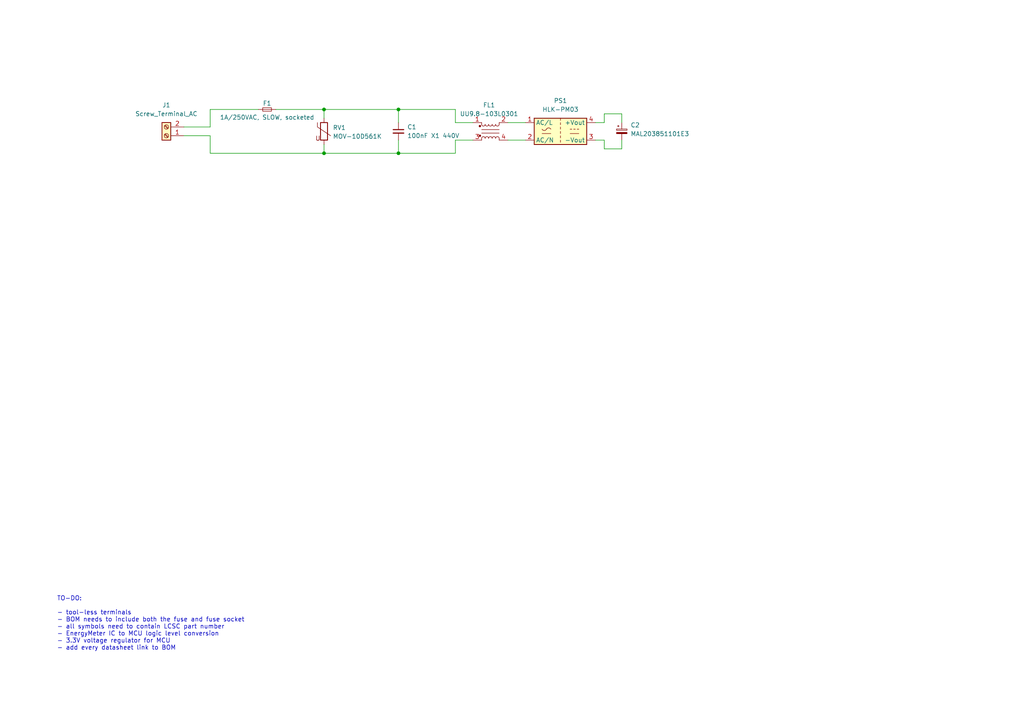
<source format=kicad_sch>
(kicad_sch (version 20231120) (generator "eeschema") (generator_version "8.0")
  (paper "A4")
  (title_block (title "EnergyMeter") (date "2024-09-15") (rev "1") (company "Josip Kordek"))
  (lib_symbols
    (symbol "Connector:Screw_Terminal_01x02" (pin_names (offset 1.016) hide)
      (property "Reference" "J" (at 0 2.54 0))
      (property "Value" "Screw_Terminal_01x02" (at 0 -5.08 0))
      (symbol "Screw_Terminal_01x02_1_1"
        (rectangle (start -1.27 1.27) (end 1.27 -3.81) (stroke (width 0.254)) (fill (type background)))
        (circle (center 0 -2.54) (radius 0.635) (stroke (width 0.1524)))
        (polyline (pts (xy -0.5334 -2.2098) (xy 0.3302 -3.048)) (stroke (width 0.1524)))
        (polyline (pts (xy -0.5334 0.3302) (xy 0.3302 -0.508)) (stroke (width 0.1524)))
        (polyline (pts (xy -0.3556 -2.032) (xy 0.508 -2.8702)) (stroke (width 0.1524)))
        (polyline (pts (xy -0.3556 0.508) (xy 0.508 -0.3302)) (stroke (width 0.1524)))
        (circle (center 0 0) (radius 0.635) (stroke (width 0.1524)))
        (pin passive line (at -5.08 0 0) (length 3.81) (name "Pin_1") (number "1"))
        (pin passive line (at -5.08 -2.54 0) (length 3.81) (name "Pin_2") (number "2"))
      )
    )
    (symbol "Converter_ACDC:HLK-PM03"
      (property "Reference" "PS" (at 0 5.08 0))
      (property "Value" "HLK-PM03" (at 0 -5.08 0))
      (symbol "HLK-PM03_0_1"
        (rectangle (start -7.62 3.81) (end 7.62 -3.81) (stroke (width 0.254)) (fill (type background)))
        (arc (start -5.334 0.635) (mid -4.699 0.2495) (end -4.064 0.635))
        (arc (start -2.794 0.635) (mid -3.429 1.0072) (end -4.064 0.635))
        (polyline (pts (xy -5.334 -0.635) (xy -2.794 -0.635)))
        (polyline (pts (xy 0 -2.54) (xy 0 -3.175)))
        (polyline (pts (xy 0 -1.27) (xy 0 -1.905)))
        (polyline (pts (xy 0 0) (xy 0 -0.635)))
        (polyline (pts (xy 0 1.27) (xy 0 0.635)))
        (polyline (pts (xy 0 2.54) (xy 0 1.905)))
        (polyline (pts (xy 0 3.81) (xy 0 3.175)))
        (polyline (pts (xy 2.794 -0.635) (xy 5.334 -0.635)))
        (polyline (pts (xy 2.794 0.635) (xy 3.302 0.635)))
        (polyline (pts (xy 3.81 0.635) (xy 4.318 0.635)))
        (polyline (pts (xy 4.826 0.635) (xy 5.334 0.635)))
      )
      (symbol "HLK-PM03_1_1"
        (pin power_in line (at -10.16 2.54 0) (length 2.54) (name "AC/L") (number "1"))
        (pin power_in line (at -10.16 -2.54 0) (length 2.54) (name "AC/N") (number "2"))
        (pin power_out line (at 10.16 -2.54 180) (length 2.54) (name "-Vout") (number "3"))
        (pin power_out line (at 10.16 2.54 180) (length 2.54) (name "+Vout") (number "4"))
      )
    )
    (symbol "Device:C_Polarized_Small" (pin_numbers hide) (pin_names (offset 0.254) hide)
      (property "Reference" "C" (at 0.254 1.778 0))
      (property "Value" "C_Polarized_Small" (at 0.254 -2.032 0))
      (symbol "C_Polarized_Small_0_1"
        (rectangle (start -1.524 -0.3048) (end 1.524 -0.6858) (fill (type outline)))
        (rectangle (start -1.524 0.6858) (end 1.524 0.3048))
        (polyline (pts (xy -1.27 1.524) (xy -0.762 1.524)))
        (polyline (pts (xy -1.016 1.27) (xy -1.016 1.778)))
      )
      (symbol "C_Polarized_Small_1_1"
        (pin passive line (at 0 2.54 270) (length 1.8542) (name "~") (number "1"))
        (pin passive line (at 0 -2.54 90) (length 1.8542) (name "~") (number "2"))
      )
    )
    (symbol "Device:C_Small" (pin_numbers hide) (pin_names (offset 0.254) hide)
      (property "Reference" "C" (at 0.254 1.778 0))
      (property "Value" "C_Small" (at 0.254 -2.032 0))
      (symbol "C_Small_0_1"
        (polyline (pts (xy -1.524 -0.508) (xy 1.524 -0.508)) (stroke (width 0.3302)))
        (polyline (pts (xy -1.524 0.508) (xy 1.524 0.508)) (stroke (width 0.3048)))
      )
      (symbol "C_Small_1_1"
        (pin passive line (at 0 2.54 270) (length 2.032) (name "~") (number "1"))
        (pin passive line (at 0 -2.54 90) (length 2.032) (name "~") (number "2"))
      )
    )
    (symbol "Device:Filter_EMI_CommonMode" (pin_names (offset 0.254) hide)
      (property "Reference" "FL" (at 0 4.445 0))
      (property "Value" "Filter_EMI_CommonMode" (at 0 -4.445 0))
      (symbol "Filter_EMI_CommonMode_0_1"
        (circle (center -3.048 -1.27) (radius 0.254) (fill (type outline)))
        (circle (center -3.048 1.524) (radius 0.254) (fill (type outline)))
        (arc (start -2.54 2.032) (mid -2.032 1.5262) (end -1.524 2.032))
        (arc (start -1.524 -2.032) (mid -2.032 -1.5262) (end -2.54 -2.032))
        (arc (start -1.524 2.032) (mid -1.016 1.5262) (end -0.508 2.032))
        (arc (start -0.508 -2.032) (mid -1.016 -1.5262) (end -1.524 -2.032))
        (arc (start -0.508 2.032) (mid 0 1.5262) (end 0.508 2.032))
        (polyline (pts (xy -2.54 -2.032) (xy -2.54 -2.54)))
        (polyline (pts (xy -2.54 0.508) (xy 2.54 0.508)))
        (polyline (pts (xy -2.54 2.032) (xy -2.54 2.54)))
        (polyline (pts (xy 2.54 -2.032) (xy 2.54 -2.54)))
        (polyline (pts (xy 2.54 -0.508) (xy -2.54 -0.508)))
        (polyline (pts (xy 2.54 2.54) (xy 2.54 2.032)))
        (arc (start 0.508 -2.032) (mid 0 -1.5262) (end -0.508 -2.032))
        (arc (start 0.508 2.032) (mid 1.016 1.5262) (end 1.524 2.032))
        (arc (start 1.524 -2.032) (mid 1.016 -1.5262) (end 0.508 -2.032))
        (arc (start 1.524 2.032) (mid 2.032 1.5262) (end 2.54 2.032))
        (arc (start 2.54 -2.032) (mid 2.032 -1.5262) (end 1.524 -2.032))
      )
      (symbol "Filter_EMI_CommonMode_1_1"
        (pin passive line (at -5.08 2.54 0) (length 2.54) (name "1") (number "1"))
        (pin passive line (at 5.08 2.54 180) (length 2.54) (name "2") (number "2"))
        (pin passive line (at -5.08 -2.54 0) (length 2.54) (name "3") (number "3"))
        (pin passive line (at 5.08 -2.54 180) (length 2.54) (name "4") (number "4"))
      )
    )
    (symbol "Device:Fuse_Small" (pin_numbers hide) (pin_names (offset 0.254) hide)
      (property "Reference" "F" (at 0 -1.524 0))
      (property "Value" "Fuse_Small" (at 0 1.524 0))
      (symbol "Fuse_Small_0_1"
        (rectangle (start -1.27 0.508) (end 1.27 -0.508))
        (polyline (pts (xy -1.27 0) (xy 1.27 0)))
      )
      (symbol "Fuse_Small_1_1"
        (pin passive line (at -2.54 0 0) (length 1.27) (name "~") (number "1"))
        (pin passive line (at 2.54 0 180) (length 1.27) (name "~") (number "2"))
      )
    )
    (symbol "Device:Varistor" (pin_numbers hide) (pin_names (offset 0))
      (property "Reference" "RV" (at 3.175 0 90))
      (property "Value" "Varistor" (at -3.175 0 90))
      (symbol "Varistor_0_0"
        (text "U" (at -1.778 -2.032 0) (effects (font (size 1.27 1.27))))
      )
      (symbol "Varistor_0_1"
        (rectangle (start -1.016 -2.54) (end 1.016 2.54) (stroke (width 0.254)))
        (polyline (pts (xy -1.905 2.54) (xy -1.905 1.27) (xy 1.905 -1.27)))
      )
      (symbol "Varistor_1_1"
        (pin passive line (at 0 3.81 270) (length 1.27) (name "~") (number "1"))
        (pin passive line (at 0 -3.81 90) (length 1.27) (name "~") (number "2"))
      )
    )
  )
  (junction (at 115.57 31.75))
  (junction (at 93.98 31.75))
  (junction (at 115.57 44.45))
  (junction (at 93.98 44.45))
  (wire (pts (xy 175.26 35.56) (xy 175.26 33.02)))
  (wire (pts (xy 93.98 31.75) (xy 93.98 34.29)))
  (wire (pts (xy 53.34 36.83) (xy 60.96 36.83)))
  (wire (pts (xy 115.57 44.45) (xy 132.08 44.45)))
  (wire (pts (xy 180.34 40.64) (xy 180.34 43.18)))
  (wire (pts (xy 132.08 31.75) (xy 115.57 31.75)))
  (wire (pts (xy 180.34 43.18) (xy 175.26 43.18)))
  (wire (pts (xy 137.16 35.56) (xy 132.08 35.56)))
  (wire (pts (xy 147.32 35.56) (xy 152.4 35.56)))
  (wire (pts (xy 60.96 36.83) (xy 60.96 31.75)))
  (wire (pts (xy 175.26 43.18) (xy 175.26 40.64)))
  (wire (pts (xy 80.01 31.75) (xy 93.98 31.75)))
  (wire (pts (xy 60.96 31.75) (xy 74.93 31.75)))
  (wire (pts (xy 115.57 44.45) (xy 115.57 40.64)))
  (wire (pts (xy 93.98 44.45) (xy 115.57 44.45)))
  (wire (pts (xy 175.26 33.02) (xy 180.34 33.02)))
  (wire (pts (xy 132.08 35.56) (xy 132.08 31.75)))
  (wire (pts (xy 147.32 40.64) (xy 152.4 40.64)))
  (wire (pts (xy 93.98 31.75) (xy 115.57 31.75)))
  (wire (pts (xy 172.72 35.56) (xy 175.26 35.56)))
  (wire (pts (xy 115.57 31.75) (xy 115.57 35.56)))
  (wire (pts (xy 132.08 40.64) (xy 137.16 40.64)))
  (wire (pts (xy 175.26 40.64) (xy 172.72 40.64)))
  (wire (pts (xy 60.96 39.37) (xy 53.34 39.37)))
  (wire (pts (xy 60.96 44.45) (xy 93.98 44.45)))
  (wire (pts (xy 132.08 44.45) (xy 132.08 40.64)))
  (wire (pts (xy 180.34 33.02) (xy 180.34 35.56)))
  (wire (pts (xy 93.98 41.91) (xy 93.98 44.45)))
  (wire (pts (xy 60.96 44.45) (xy 60.96 39.37)))
  (text "TO-DO:\n\n- tool-less terminals\n- BOM needs to include both the fuse and fuse socket\n- all symbols need to contain LCSC part number\n- EnergyMeter IC to MCU logic level conversion\n- 3.3V voltage regulator for MCU\n- add every datasheet link to BOM" (at 16.51 180.848 0) (effects (font (size 1.27 1.27)) (justify left)))
  (symbol (lib_id "Connector:Screw_Terminal_01x02") (at 48.26 39.37 180) (unit 1) (in_bom no) (on_board no)
    (property "Reference" "J1" (at 48.26 30.48 0))
    (property "Value" "Screw_Terminal_AC" (at 48.26 33.02 0))
    (property "Description" "Generic screw terminal, single row, 01x02, script generated (kicad-library-utils/schlib/autogen/connector/)" (effects (hide yes)))
    (property "LCSC Part #" "C409161" (effects (hide yes)))
  )
  (symbol (lib_id "Device:Fuse_Small") (at 77.47 31.75 0) (unit 1)
    (property "Reference" "F1" (at 77.47 29.972 0))
    (property "Value" "1A/250VAC, SLOW, socketed" (at 77.47 34.036 0))
    (property "Description" "Fuse, small symbol" (effects (hide yes)))
    (property "LCSC Part #" "C268204" (effects (hide yes)))
  )
  (symbol (lib_id "Converter_ACDC:HLK-PM03") (at 162.56 38.1 0) (unit 1)
    (property "Reference" "PS1" (at 162.56 29.21 0))
    (property "Value" "HLK-PM03" (at 162.56 31.75 0))
    (property "Footprint" "Converter_ACDC:Converter_ACDC_Hi-Link_HLK-PMxx" (effects (hide yes)))
    (property "Datasheet" "https://h.hlktech.com/download/ACDC%E7%94%B5%E6%BA%90%E6%A8%A1%E5%9D%973W%E7%B3%BB%E5%88%97/1/%E6%B5%B7%E5%87%8C%E7%A7%913W%E7%B3%BB%E5%88%97%E7%94%B5%E6%BA%90%E6%A8%A1%E5%9D%97%E8%A7%84%E6%A0%BC%E4%B9%A6V2.8.pdf" (effects (hide yes)))
    (property "Description" "Compact AC/DC board mount power module 3W 3V3" (effects (hide yes)))
    (property "LCSC Part #" "C209904" (effects (hide yes)))
  )
  (symbol (lib_id "Device:Varistor") (at 93.98 38.1 0) (unit 1)
    (property "Reference" "RV1" (at 96.52 37.0232 0) (effects (justify left)))
    (property "Value" "MOV-10D561K" (at 96.52 39.5632 0) (effects (justify left)))
    (property "Description" "Voltage dependent resistor" (effects (hide yes)))
    (property "Sim.Name" "kicad_builtin_varistor" (effects (hide yes)))
    (property "Sim.Device" "SUBCKT" (effects (hide yes)))
    (property "Sim.Pins" "1=A 2=B" (effects (hide yes)))
    (property "Sim.Params" "threshold=1k" (effects (hide yes)))
    (property "Sim.Library" "${KICAD7_SYMBOL_DIR}/Simulation_SPICE.sp" (effects (hide yes)))
    (property "LCSC Part #" "C2656193" (effects (hide yes)))
  )
  (symbol (lib_id "Device:C_Small") (at 115.57 38.1 0) (unit 1)
    (property "Reference" "C1" (at 118.11 36.8362 0) (effects (justify left)))
    (property "Value" "100nF X1 440V" (at 118.11 39.3762 0) (effects (justify left)))
    (property "Description" "Unpolarized capacitor, small symbol" (effects (hide yes)))
    (property "LCSC Part #" "C105712" (effects (hide yes)))
  )
  (symbol (lib_id "Device:C_Polarized_Small") (at 180.34 38.1 0) (unit 1)
    (property "Reference" "C2" (at 182.88 36.2838 0) (effects (justify left)))
    (property "Value" "MAL203851101E3" (at 182.88 38.8238 0) (effects (justify left)))
    (property "Description" "Polarized capacitor, small symbol" (effects (hide yes)))
    (property "LCSC Part #" "C1594696" (effects (hide yes)))
  )
  (symbol (lib_id "Device:Filter_EMI_CommonMode") (at 142.24 38.1 0) (unit 1)
    (property "Reference" "FL1" (at 141.859 30.48 0))
    (property "Value" "UU9.8-103L0301" (at 141.859 33.02 0))
    (property "Description" "EMI 2-inductor common mode filter" (effects (hide yes)))
    (property "LCSC Part #" "C5174477" (effects (hide yes)))
  )
)
</source>
